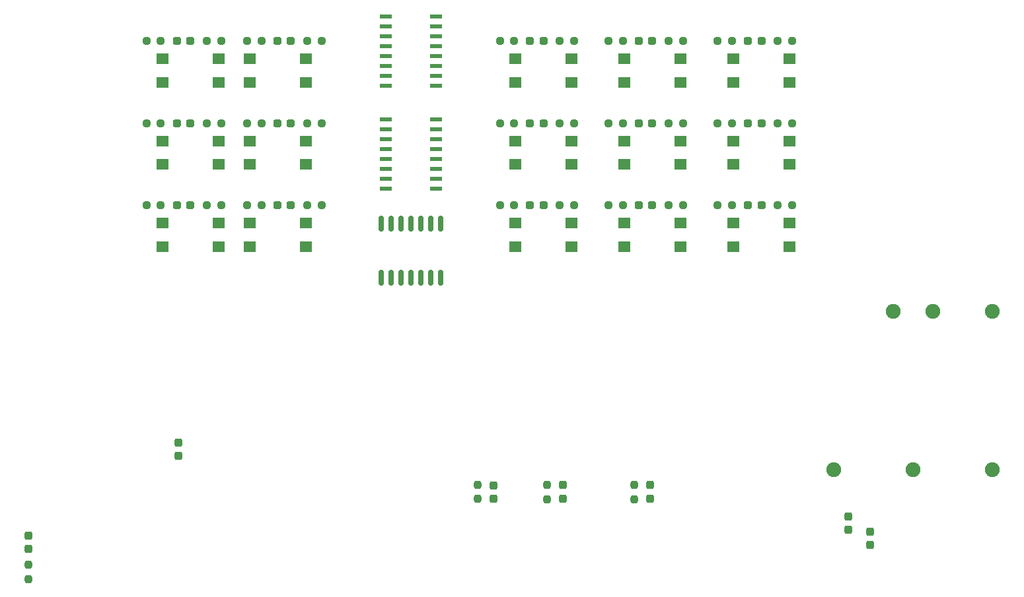
<source format=gbr>
%TF.GenerationSoftware,KiCad,Pcbnew,7.0.7*%
%TF.CreationDate,2023-11-02T10:21:24-05:00*%
%TF.ProjectId,CoreBoard_Rev1,436f7265-426f-4617-9264-5f526576312e,rev?*%
%TF.SameCoordinates,Original*%
%TF.FileFunction,Paste,Top*%
%TF.FilePolarity,Positive*%
%FSLAX46Y46*%
G04 Gerber Fmt 4.6, Leading zero omitted, Abs format (unit mm)*
G04 Created by KiCad (PCBNEW 7.0.7) date 2023-11-02 10:21:24*
%MOMM*%
%LPD*%
G01*
G04 APERTURE LIST*
G04 Aperture macros list*
%AMRoundRect*
0 Rectangle with rounded corners*
0 $1 Rounding radius*
0 $2 $3 $4 $5 $6 $7 $8 $9 X,Y pos of 4 corners*
0 Add a 4 corners polygon primitive as box body*
4,1,4,$2,$3,$4,$5,$6,$7,$8,$9,$2,$3,0*
0 Add four circle primitives for the rounded corners*
1,1,$1+$1,$2,$3*
1,1,$1+$1,$4,$5*
1,1,$1+$1,$6,$7*
1,1,$1+$1,$8,$9*
0 Add four rect primitives between the rounded corners*
20,1,$1+$1,$2,$3,$4,$5,0*
20,1,$1+$1,$4,$5,$6,$7,0*
20,1,$1+$1,$6,$7,$8,$9,0*
20,1,$1+$1,$8,$9,$2,$3,0*%
G04 Aperture macros list end*
%ADD10RoundRect,0.237500X0.287500X0.237500X-0.287500X0.237500X-0.287500X-0.237500X0.287500X-0.237500X0*%
%ADD11RoundRect,0.237500X0.250000X0.237500X-0.250000X0.237500X-0.250000X-0.237500X0.250000X-0.237500X0*%
%ADD12R,1.600000X1.400000*%
%ADD13RoundRect,0.237500X-0.237500X0.250000X-0.237500X-0.250000X0.237500X-0.250000X0.237500X0.250000X0*%
%ADD14RoundRect,0.237500X-0.237500X0.300000X-0.237500X-0.300000X0.237500X-0.300000X0.237500X0.300000X0*%
%ADD15RoundRect,0.237500X0.237500X-0.287500X0.237500X0.287500X-0.237500X0.287500X-0.237500X-0.287500X0*%
%ADD16RoundRect,0.150000X0.150000X-0.837500X0.150000X0.837500X-0.150000X0.837500X-0.150000X-0.837500X0*%
%ADD17RoundRect,0.237500X0.237500X-0.300000X0.237500X0.300000X-0.237500X0.300000X-0.237500X-0.300000X0*%
%ADD18RoundRect,0.237500X0.237500X-0.250000X0.237500X0.250000X-0.237500X0.250000X-0.237500X-0.250000X0*%
%ADD19RoundRect,0.237500X-0.237500X0.287500X-0.237500X-0.287500X0.237500X-0.287500X0.237500X0.287500X0*%
%ADD20RoundRect,0.137500X-0.662500X-0.137500X0.662500X-0.137500X0.662500X0.137500X-0.662500X0.137500X0*%
%ADD21RoundRect,0.137500X0.662500X0.137500X-0.662500X0.137500X-0.662500X-0.137500X0.662500X-0.137500X0*%
%ADD22C,1.900000*%
G04 APERTURE END LIST*
D10*
%TO.C,D6*%
X155434000Y-47879000D03*
X153684000Y-47879000D03*
%TD*%
D11*
%TO.C,R16*%
X151661500Y-37338000D03*
X149836500Y-37338000D03*
%TD*%
%TO.C,R6*%
X151661500Y-47879000D03*
X149836500Y-47879000D03*
%TD*%
D12*
%TO.C,SW15*%
X99866000Y-63730000D03*
X92666000Y-63730000D03*
X99866000Y-60730000D03*
X92666000Y-60730000D03*
%TD*%
D11*
%TO.C,R5*%
X165656900Y-47879000D03*
X163831900Y-47879000D03*
%TD*%
D10*
%TO.C,D17*%
X109129800Y-37338000D03*
X107379800Y-37338000D03*
%TD*%
D12*
%TO.C,SW14*%
X111042000Y-42648000D03*
X103842000Y-42648000D03*
X111042000Y-39648000D03*
X103842000Y-39648000D03*
%TD*%
D11*
%TO.C,R8*%
X105357300Y-47879000D03*
X103532300Y-47879000D03*
%TD*%
D10*
%TO.C,D9*%
X96252000Y-37338000D03*
X94502000Y-37338000D03*
%TD*%
D12*
%TO.C,SW13*%
X145078000Y-63730000D03*
X137878000Y-63730000D03*
X145078000Y-60730000D03*
X137878000Y-60730000D03*
%TD*%
D11*
%TO.C,R14*%
X92454100Y-37338000D03*
X90629100Y-37338000D03*
%TD*%
D12*
%TO.C,SW12*%
X159048000Y-63730000D03*
X151848000Y-63730000D03*
X159048000Y-60730000D03*
X151848000Y-60730000D03*
%TD*%
D10*
%TO.C,D10*%
X169454800Y-37338000D03*
X167704800Y-37338000D03*
%TD*%
D11*
%TO.C,R9*%
X100175700Y-47879000D03*
X98350700Y-47879000D03*
%TD*%
D13*
%TO.C,R36*%
X133096000Y-94299400D03*
X133096000Y-96124400D03*
%TD*%
D11*
%TO.C,R20*%
X173340400Y-37338000D03*
X171515400Y-37338000D03*
%TD*%
%TO.C,R10*%
X173340400Y-47879000D03*
X171515400Y-47879000D03*
%TD*%
%TO.C,R19*%
X100175700Y-37338000D03*
X98350700Y-37338000D03*
%TD*%
D10*
%TO.C,D12*%
X141514800Y-37338000D03*
X139764800Y-37338000D03*
%TD*%
D11*
%TO.C,R33*%
X100175700Y-58420000D03*
X98350700Y-58420000D03*
%TD*%
D12*
%TO.C,SW4*%
X145078000Y-53189000D03*
X137878000Y-53189000D03*
X145078000Y-50189000D03*
X137878000Y-50189000D03*
%TD*%
D14*
%TO.C,C2*%
X180594000Y-98362600D03*
X180594000Y-100087600D03*
%TD*%
D10*
%TO.C,D16*%
X141514800Y-58420000D03*
X139764800Y-58420000D03*
%TD*%
D11*
%TO.C,R23*%
X113040800Y-58420000D03*
X111215800Y-58420000D03*
%TD*%
%TO.C,R18*%
X105357300Y-58420000D03*
X103532300Y-58420000D03*
%TD*%
%TO.C,R29*%
X173340400Y-58420000D03*
X171515400Y-58420000D03*
%TD*%
D15*
%TO.C,D20*%
X155194000Y-96086900D03*
X155194000Y-94336900D03*
%TD*%
D11*
%TO.C,R28*%
X92454100Y-58420000D03*
X90629100Y-58420000D03*
%TD*%
D14*
%TO.C,C3*%
X183388000Y-100330703D03*
X183388000Y-102055703D03*
%TD*%
D16*
%TO.C,U6*%
X120700800Y-67724500D03*
X121970800Y-67724500D03*
X123240800Y-67724500D03*
X124510800Y-67724500D03*
X125780800Y-67724500D03*
X127050800Y-67724500D03*
X128320800Y-67724500D03*
X128320800Y-60799500D03*
X127050800Y-60799500D03*
X125780800Y-60799500D03*
X124510800Y-60799500D03*
X123240800Y-60799500D03*
X121970800Y-60799500D03*
X120700800Y-60799500D03*
%TD*%
D11*
%TO.C,R21*%
X159357700Y-37338000D03*
X157532700Y-37338000D03*
%TD*%
D10*
%TO.C,D15*%
X155434000Y-58420000D03*
X153684000Y-58420000D03*
%TD*%
%TO.C,D13*%
X109129800Y-58420000D03*
X107379800Y-58420000D03*
%TD*%
D12*
%TO.C,SW9*%
X145078000Y-42648000D03*
X137878000Y-42648000D03*
X145078000Y-39648000D03*
X137878000Y-39648000D03*
%TD*%
%TO.C,SW8*%
X159048000Y-42648000D03*
X151848000Y-42648000D03*
X159048000Y-39648000D03*
X151848000Y-39648000D03*
%TD*%
D17*
%TO.C,C1*%
X94742000Y-90625000D03*
X94742000Y-88900000D03*
%TD*%
D18*
%TO.C,R38*%
X141971500Y-96162500D03*
X141971500Y-94337500D03*
%TD*%
D19*
%TO.C,D21*%
X135128000Y-94375000D03*
X135128000Y-96125000D03*
%TD*%
D11*
%TO.C,R4*%
X92454100Y-47879000D03*
X90629100Y-47879000D03*
%TD*%
D10*
%TO.C,D5*%
X169454800Y-47879000D03*
X167704800Y-47879000D03*
%TD*%
D11*
%TO.C,R30*%
X159357700Y-58420000D03*
X157532700Y-58420000D03*
%TD*%
D10*
%TO.C,D8*%
X109129800Y-47879000D03*
X107379800Y-47879000D03*
%TD*%
D11*
%TO.C,R32*%
X113040800Y-37338000D03*
X111215800Y-37338000D03*
%TD*%
%TO.C,R27*%
X105357300Y-37338000D03*
X103532300Y-37338000D03*
%TD*%
D20*
%TO.C,U4*%
X121260800Y-34163000D03*
X121260800Y-35433000D03*
X121260800Y-36703000D03*
X121260800Y-37973000D03*
X121260800Y-39243000D03*
X121260800Y-40513000D03*
X121260800Y-41783000D03*
X121260800Y-43053000D03*
X127760800Y-43053000D03*
X127760800Y-41783000D03*
X127760800Y-40513000D03*
X127760800Y-39243000D03*
X127760800Y-37973000D03*
X127760800Y-36703000D03*
X127760800Y-35433000D03*
X127760800Y-34163000D03*
%TD*%
D11*
%TO.C,R11*%
X159357700Y-47879000D03*
X157532700Y-47879000D03*
%TD*%
%TO.C,R7*%
X137742300Y-47879000D03*
X135917300Y-47879000D03*
%TD*%
D10*
%TO.C,D11*%
X155434000Y-37338000D03*
X153684000Y-37338000D03*
%TD*%
%TO.C,D7*%
X141514800Y-47879000D03*
X139764800Y-47879000D03*
%TD*%
D11*
%TO.C,R15*%
X165656900Y-37338000D03*
X163831900Y-37338000D03*
%TD*%
D21*
%TO.C,U5*%
X127760800Y-56261000D03*
X127760800Y-54991000D03*
X127760800Y-53721000D03*
X127760800Y-52451000D03*
X127760800Y-51181000D03*
X127760800Y-49911000D03*
X127760800Y-48641000D03*
X127760800Y-47371000D03*
X121260800Y-47371000D03*
X121260800Y-48641000D03*
X121260800Y-49911000D03*
X121260800Y-51181000D03*
X121260800Y-52451000D03*
X121260800Y-53721000D03*
X121260800Y-54991000D03*
X121260800Y-56261000D03*
%TD*%
D12*
%TO.C,SW5*%
X111042000Y-53189000D03*
X103842000Y-53189000D03*
X111042000Y-50189000D03*
X103842000Y-50189000D03*
%TD*%
D10*
%TO.C,D4*%
X96252000Y-47879000D03*
X94502000Y-47879000D03*
%TD*%
D11*
%TO.C,R24*%
X165656900Y-58420000D03*
X163831900Y-58420000D03*
%TD*%
D10*
%TO.C,D14*%
X169454800Y-58420000D03*
X167704800Y-58420000D03*
%TD*%
D12*
%TO.C,SW2*%
X173018000Y-53189000D03*
X165818000Y-53189000D03*
X173018000Y-50189000D03*
X165818000Y-50189000D03*
%TD*%
%TO.C,SW3*%
X159048000Y-53189000D03*
X151848000Y-53189000D03*
X159048000Y-50189000D03*
X151848000Y-50189000D03*
%TD*%
D11*
%TO.C,R13*%
X113040800Y-47879000D03*
X111215800Y-47879000D03*
%TD*%
%TO.C,R17*%
X137742300Y-37338000D03*
X135917300Y-37338000D03*
%TD*%
D12*
%TO.C,SW6*%
X99866000Y-42648000D03*
X92666000Y-42648000D03*
X99866000Y-39648000D03*
X92666000Y-39648000D03*
%TD*%
D19*
%TO.C,D19*%
X75450500Y-100804000D03*
X75450500Y-102554000D03*
%TD*%
D11*
%TO.C,R31*%
X145387700Y-58420000D03*
X143562700Y-58420000D03*
%TD*%
%TO.C,R12*%
X145387700Y-47879000D03*
X143562700Y-47879000D03*
%TD*%
D13*
%TO.C,R34*%
X75450500Y-104567000D03*
X75450500Y-106392000D03*
%TD*%
D18*
%TO.C,R35*%
X153162000Y-96162500D03*
X153162000Y-94337500D03*
%TD*%
D12*
%TO.C,SW11*%
X173018000Y-63730000D03*
X165818000Y-63730000D03*
X173018000Y-60730000D03*
X165818000Y-60730000D03*
%TD*%
D10*
%TO.C,D18*%
X96252000Y-58420000D03*
X94502000Y-58420000D03*
%TD*%
D12*
%TO.C,SW7*%
X173018000Y-42648000D03*
X165818000Y-42648000D03*
X173018000Y-39648000D03*
X165818000Y-39648000D03*
%TD*%
D15*
%TO.C,D23*%
X144003500Y-96086900D03*
X144003500Y-94336900D03*
%TD*%
D11*
%TO.C,R25*%
X151661500Y-58420000D03*
X149836500Y-58420000D03*
%TD*%
D12*
%TO.C,SW10*%
X111042000Y-63730000D03*
X103842000Y-63730000D03*
X111042000Y-60730000D03*
X103842000Y-60730000D03*
%TD*%
D11*
%TO.C,R22*%
X145387700Y-37338000D03*
X143562700Y-37338000D03*
%TD*%
D22*
%TO.C,U3*%
X186322000Y-72068200D03*
X191402000Y-72068200D03*
X199022000Y-72068200D03*
X199022000Y-92388200D03*
X188862000Y-92388200D03*
X178702000Y-92388200D03*
%TD*%
D11*
%TO.C,R26*%
X137742300Y-58420000D03*
X135917300Y-58420000D03*
%TD*%
D12*
%TO.C,SW1*%
X99866000Y-53189000D03*
X92666000Y-53189000D03*
X99866000Y-50189000D03*
X92666000Y-50189000D03*
%TD*%
M02*

</source>
